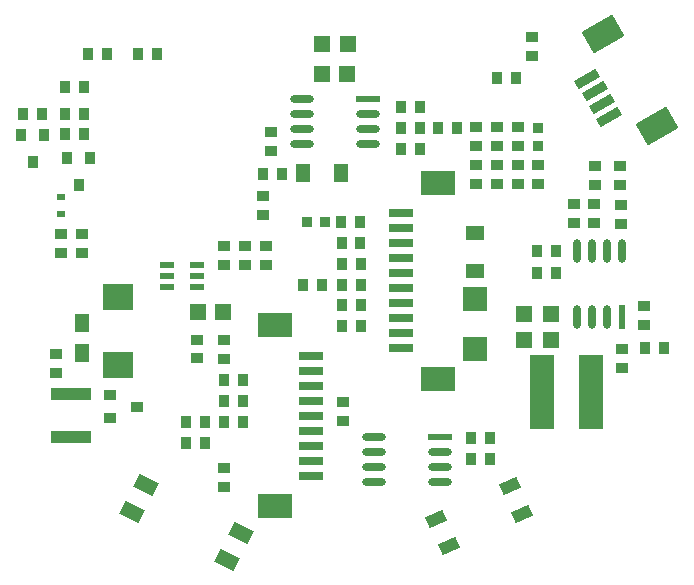
<source format=gbp>
%FSLAX44Y44*%
%MOMM*%
G71*
G01*
G75*
G04 Layer_Color=128*
%ADD10R,1.3500X0.3000*%
%ADD11R,1.3500X0.2500*%
%ADD12R,0.5000X1.7000*%
G04:AMPARAMS|DCode=13|XSize=0.32mm|YSize=1.7mm|CornerRadius=0.08mm|HoleSize=0mm|Usage=FLASHONLY|Rotation=0.000|XOffset=0mm|YOffset=0mm|HoleType=Round|Shape=RoundedRectangle|*
%AMROUNDEDRECTD13*
21,1,0.3200,1.5400,0,0,0.0*
21,1,0.1600,1.7000,0,0,0.0*
1,1,0.1600,0.0800,-0.7700*
1,1,0.1600,-0.0800,-0.7700*
1,1,0.1600,-0.0800,0.7700*
1,1,0.1600,0.0800,0.7700*
%
%ADD13ROUNDEDRECTD13*%
G04:AMPARAMS|DCode=14|XSize=1.5mm|YSize=0.8mm|CornerRadius=0mm|HoleSize=0mm|Usage=FLASHONLY|Rotation=330.000|XOffset=0mm|YOffset=0mm|HoleType=Round|Shape=Rectangle|*
%AMROTATEDRECTD14*
4,1,4,-0.8495,0.0286,-0.4495,0.7214,0.8495,-0.0286,0.4495,-0.7214,-0.8495,0.0286,0.0*
%
%ADD14ROTATEDRECTD14*%

G04:AMPARAMS|DCode=15|XSize=1.5mm|YSize=1mm|CornerRadius=0mm|HoleSize=0mm|Usage=FLASHONLY|Rotation=240.000|XOffset=0mm|YOffset=0mm|HoleType=Round|Shape=Rectangle|*
%AMROTATEDRECTD15*
4,1,4,-0.0580,0.8995,0.8080,0.3995,0.0580,-0.8995,-0.8080,-0.3995,-0.0580,0.8995,0.0*
%
%ADD15ROTATEDRECTD15*%

G04:AMPARAMS|DCode=16|XSize=3mm|YSize=2.1mm|CornerRadius=0mm|HoleSize=0mm|Usage=FLASHONLY|Rotation=203.500|XOffset=0mm|YOffset=0mm|HoleType=Round|Shape=Rectangle|*
%AMROTATEDRECTD16*
4,1,4,0.9569,1.5610,1.7943,-0.3648,-0.9569,-1.5610,-1.7943,0.3648,0.9569,1.5610,0.0*
%
%ADD16ROTATEDRECTD16*%

G04:AMPARAMS|DCode=17|XSize=2.1mm|YSize=0.8mm|CornerRadius=0mm|HoleSize=0mm|Usage=FLASHONLY|Rotation=203.500|XOffset=0mm|YOffset=0mm|HoleType=Round|Shape=Rectangle|*
%AMROTATEDRECTD17*
4,1,4,0.8034,0.7855,1.1224,0.0519,-0.8034,-0.7855,-1.1224,-0.0519,0.8034,0.7855,0.0*
%
%ADD17ROTATEDRECTD17*%

G04:AMPARAMS|DCode=18|XSize=1.2954mm|YSize=1.1938mm|CornerRadius=0mm|HoleSize=0mm|Usage=FLASHONLY|Rotation=344.000|XOffset=0mm|YOffset=0mm|HoleType=Round|Shape=Rectangle|*
%AMROTATEDRECTD18*
4,1,4,-0.7871,-0.3952,-0.4581,0.7523,0.7871,0.3952,0.4581,-0.7523,-0.7871,-0.3952,0.0*
%
%ADD18ROTATEDRECTD18*%

G04:AMPARAMS|DCode=19|XSize=1.2954mm|YSize=1.1938mm|CornerRadius=0mm|HoleSize=0mm|Usage=FLASHONLY|Rotation=325.000|XOffset=0mm|YOffset=0mm|HoleType=Round|Shape=Rectangle|*
%AMROTATEDRECTD19*
4,1,4,-0.8729,-0.1175,-0.1882,0.8605,0.8729,0.1175,0.1882,-0.8605,-0.8729,-0.1175,0.0*
%
%ADD19ROTATEDRECTD19*%

%ADD20C,0.6000*%
%ADD21C,0.2540*%
%ADD22C,1.0000*%
%ADD23C,0.4000*%
%ADD24C,0.3000*%
G04:AMPARAMS|DCode=25|XSize=4mm|YSize=4mm|CornerRadius=2mm|HoleSize=0mm|Usage=FLASHONLY|Rotation=0.000|XOffset=0mm|YOffset=0mm|HoleType=Round|Shape=RoundedRectangle|*
%AMROUNDEDRECTD25*
21,1,4.0000,0.0000,0,0,0.0*
21,1,0.0000,4.0000,0,0,0.0*
1,1,4.0000,0.0000,0.0000*
1,1,4.0000,0.0000,0.0000*
1,1,4.0000,0.0000,0.0000*
1,1,4.0000,0.0000,0.0000*
%
%ADD25ROUNDEDRECTD25*%
%ADD26C,0.0254*%
%ADD27C,0.4500*%
G04:AMPARAMS|DCode=28|XSize=3mm|YSize=2.1mm|CornerRadius=0mm|HoleSize=0mm|Usage=FLASHONLY|Rotation=210.000|XOffset=0mm|YOffset=0mm|HoleType=Round|Shape=Rectangle|*
%AMROTATEDRECTD28*
4,1,4,0.7740,1.6593,1.8240,-0.1593,-0.7740,-1.6593,-1.8240,0.1593,0.7740,1.6593,0.0*
%
%ADD28ROTATEDRECTD28*%

G04:AMPARAMS|DCode=29|XSize=2.1mm|YSize=0.8mm|CornerRadius=0mm|HoleSize=0mm|Usage=FLASHONLY|Rotation=210.000|XOffset=0mm|YOffset=0mm|HoleType=Round|Shape=Rectangle|*
%AMROTATEDRECTD29*
4,1,4,0.7093,0.8714,1.1093,0.1786,-0.7093,-0.8714,-1.1093,-0.1786,0.7093,0.8714,0.0*
%
%ADD29ROTATEDRECTD29*%

%ADD30R,0.8890X1.0160*%
%ADD31R,2.1000X0.8000*%
%ADD32R,3.0000X2.1000*%
%ADD33R,1.0160X0.8890*%
%ADD34R,1.3970X1.3970*%
%ADD35R,0.8128X0.8128*%
%ADD36R,1.3970X1.3970*%
%ADD37R,1.2700X0.5080*%
%ADD38R,0.8128X0.8128*%
%ADD39R,2.0320X0.6096*%
%ADD40O,2.0320X0.6096*%
%ADD41R,2.0000X2.0000*%
%ADD42R,0.6096X2.0320*%
%ADD43O,0.6096X2.0320*%
%ADD44R,2.5000X2.2000*%
%ADD45R,1.2954X1.6002*%
%ADD46R,1.2000X1.6000*%
%ADD47R,1.6000X1.2000*%
%ADD48R,2.1500X6.3000*%
G04:AMPARAMS|DCode=49|XSize=1.6mm|YSize=1mm|CornerRadius=0mm|HoleSize=0mm|Usage=FLASHONLY|Rotation=24.000|XOffset=0mm|YOffset=0mm|HoleType=Round|Shape=Rectangle|*
%AMROTATEDRECTD49*
4,1,4,-0.5275,-0.7822,-0.9342,0.1314,0.5275,0.7822,0.9342,-0.1314,-0.5275,-0.7822,0.0*
%
%ADD49ROTATEDRECTD49*%

G04:AMPARAMS|DCode=50|XSize=1.8mm|YSize=1.2mm|CornerRadius=0mm|HoleSize=0mm|Usage=FLASHONLY|Rotation=153.000|XOffset=0mm|YOffset=0mm|HoleType=Round|Shape=Rectangle|*
%AMROTATEDRECTD50*
4,1,4,1.0743,0.1260,0.5295,-0.9432,-1.0743,-0.1260,-0.5295,0.9432,1.0743,0.1260,0.0*
%
%ADD50ROTATEDRECTD50*%

%ADD51R,0.8128X1.0668*%
%ADD52R,0.7000X0.6000*%
%ADD53R,3.5000X1.0000*%
%ADD54R,1.0668X0.8128*%
%ADD55C,0.8000*%
%ADD56C,0.5000*%
%ADD57C,0.1200*%
%ADD58C,0.1000*%
%ADD59C,0.1501*%
%ADD60C,0.1500*%
%ADD61C,0.1250*%
%ADD62R,1.5532X0.5032*%
%ADD63R,1.5532X0.4532*%
%ADD64R,0.7032X1.9032*%
G04:AMPARAMS|DCode=65|XSize=0.5232mm|YSize=1.9032mm|CornerRadius=0.1816mm|HoleSize=0mm|Usage=FLASHONLY|Rotation=0.000|XOffset=0mm|YOffset=0mm|HoleType=Round|Shape=RoundedRectangle|*
%AMROUNDEDRECTD65*
21,1,0.5232,1.5400,0,0,0.0*
21,1,0.1600,1.9032,0,0,0.0*
1,1,0.3632,0.0800,-0.7700*
1,1,0.3632,-0.0800,-0.7700*
1,1,0.3632,-0.0800,0.7700*
1,1,0.3632,0.0800,0.7700*
%
%ADD65ROUNDEDRECTD65*%
G04:AMPARAMS|DCode=66|XSize=1.7032mm|YSize=1.0032mm|CornerRadius=0mm|HoleSize=0mm|Usage=FLASHONLY|Rotation=330.000|XOffset=0mm|YOffset=0mm|HoleType=Round|Shape=Rectangle|*
%AMROTATEDRECTD66*
4,1,4,-0.9883,-0.0086,-0.4867,0.8602,0.9883,0.0086,0.4867,-0.8602,-0.9883,-0.0086,0.0*
%
%ADD66ROTATEDRECTD66*%

G04:AMPARAMS|DCode=67|XSize=1.7032mm|YSize=1.2032mm|CornerRadius=0mm|HoleSize=0mm|Usage=FLASHONLY|Rotation=240.000|XOffset=0mm|YOffset=0mm|HoleType=Round|Shape=Rectangle|*
%AMROTATEDRECTD67*
4,1,4,-0.0952,1.0383,0.9468,0.4367,0.0952,-1.0383,-0.9468,-0.4367,-0.0952,1.0383,0.0*
%
%ADD67ROTATEDRECTD67*%

G04:AMPARAMS|DCode=68|XSize=3.2032mm|YSize=2.3032mm|CornerRadius=0mm|HoleSize=0mm|Usage=FLASHONLY|Rotation=203.500|XOffset=0mm|YOffset=0mm|HoleType=Round|Shape=Rectangle|*
%AMROTATEDRECTD68*
4,1,4,1.0096,1.6947,1.9280,-0.4174,-1.0096,-1.6947,-1.9280,0.4174,1.0096,1.6947,0.0*
%
%ADD68ROTATEDRECTD68*%

G04:AMPARAMS|DCode=69|XSize=2.3032mm|YSize=1.0032mm|CornerRadius=0mm|HoleSize=0mm|Usage=FLASHONLY|Rotation=203.500|XOffset=0mm|YOffset=0mm|HoleType=Round|Shape=Rectangle|*
%AMROTATEDRECTD69*
4,1,4,0.8561,0.9192,1.2561,-0.0008,-0.8561,-0.9192,-1.2561,0.0008,0.8561,0.9192,0.0*
%
%ADD69ROTATEDRECTD69*%

G04:AMPARAMS|DCode=70|XSize=1.4986mm|YSize=1.397mm|CornerRadius=0mm|HoleSize=0mm|Usage=FLASHONLY|Rotation=344.000|XOffset=0mm|YOffset=0mm|HoleType=Round|Shape=Rectangle|*
%AMROTATEDRECTD70*
4,1,4,-0.9128,-0.4649,-0.5277,0.8780,0.9128,0.4649,0.5277,-0.8780,-0.9128,-0.4649,0.0*
%
%ADD70ROTATEDRECTD70*%

G04:AMPARAMS|DCode=71|XSize=1.4986mm|YSize=1.397mm|CornerRadius=0mm|HoleSize=0mm|Usage=FLASHONLY|Rotation=325.000|XOffset=0mm|YOffset=0mm|HoleType=Round|Shape=Rectangle|*
%AMROTATEDRECTD71*
4,1,4,-1.0144,-0.1424,-0.2132,1.0020,1.0144,0.1424,0.2132,-1.0020,-1.0144,-0.1424,0.0*
%
%ADD71ROTATEDRECTD71*%

G04:AMPARAMS|DCode=72|XSize=4.2032mm|YSize=4.2032mm|CornerRadius=2.1016mm|HoleSize=0mm|Usage=FLASHONLY|Rotation=0.000|XOffset=0mm|YOffset=0mm|HoleType=Round|Shape=RoundedRectangle|*
%AMROUNDEDRECTD72*
21,1,4.2032,0.0000,0,0,0.0*
21,1,0.0000,4.2032,0,0,0.0*
1,1,4.2032,0.0000,0.0000*
1,1,4.2032,0.0000,0.0000*
1,1,4.2032,0.0000,0.0000*
1,1,4.2032,0.0000,0.0000*
%
%ADD72ROUNDEDRECTD72*%
%ADD73C,0.2286*%
G04:AMPARAMS|DCode=74|XSize=3.2032mm|YSize=2.3032mm|CornerRadius=0mm|HoleSize=0mm|Usage=FLASHONLY|Rotation=210.000|XOffset=0mm|YOffset=0mm|HoleType=Round|Shape=Rectangle|*
%AMROTATEDRECTD74*
4,1,4,0.8112,1.7981,1.9628,-0.1965,-0.8112,-1.7981,-1.9628,0.1965,0.8112,1.7981,0.0*
%
%ADD74ROTATEDRECTD74*%

G04:AMPARAMS|DCode=75|XSize=2.3032mm|YSize=1.0032mm|CornerRadius=0mm|HoleSize=0mm|Usage=FLASHONLY|Rotation=210.000|XOffset=0mm|YOffset=0mm|HoleType=Round|Shape=Rectangle|*
%AMROTATEDRECTD75*
4,1,4,0.7465,1.0102,1.2481,0.1414,-0.7465,-1.0102,-1.2481,-0.1414,0.7465,1.0102,0.0*
%
%ADD75ROTATEDRECTD75*%

%ADD76R,1.0922X1.2192*%
%ADD77R,2.3032X1.0032*%
%ADD78R,3.2032X2.3032*%
%ADD79R,1.2192X1.0922*%
%ADD80R,1.6002X1.6002*%
%ADD81R,1.0160X1.0160*%
%ADD82R,1.6002X1.6002*%
%ADD83R,1.4732X0.7112*%
%ADD84R,1.0160X1.0160*%
%ADD85R,2.2352X0.8128*%
%ADD86O,2.2352X0.8128*%
%ADD87R,2.2032X2.2032*%
%ADD88R,0.8128X2.2352*%
%ADD89O,0.8128X2.2352*%
%ADD90R,2.7032X2.4032*%
%ADD91R,1.4986X1.8034*%
%ADD92R,1.4032X1.8032*%
%ADD93R,1.8032X1.4032*%
%ADD94R,2.3532X6.5032*%
G04:AMPARAMS|DCode=95|XSize=1.8032mm|YSize=1.2032mm|CornerRadius=0mm|HoleSize=0mm|Usage=FLASHONLY|Rotation=24.000|XOffset=0mm|YOffset=0mm|HoleType=Round|Shape=Rectangle|*
%AMROTATEDRECTD95*
4,1,4,-0.5790,-0.9163,-1.0683,0.1829,0.5790,0.9163,1.0683,-0.1829,-0.5790,-0.9163,0.0*
%
%ADD95ROTATEDRECTD95*%

G04:AMPARAMS|DCode=96|XSize=2.0032mm|YSize=1.4032mm|CornerRadius=0mm|HoleSize=0mm|Usage=FLASHONLY|Rotation=153.000|XOffset=0mm|YOffset=0mm|HoleType=Round|Shape=Rectangle|*
%AMROTATEDRECTD96*
4,1,4,1.2109,0.1704,0.5739,-1.0798,-1.2109,-0.1704,-0.5739,1.0798,1.2109,0.1704,0.0*
%
%ADD96ROTATEDRECTD96*%

%ADD97R,1.0160X1.2700*%
%ADD98R,0.9032X0.8032*%
%ADD99R,3.7032X1.2032*%
%ADD100R,1.2700X1.0160*%
D28*
X223333Y171181D02*
D03*
X268333Y93239D02*
D03*
D29*
X228362Y100472D02*
D03*
X222112Y111297D02*
D03*
X215862Y122123D02*
D03*
X209612Y132948D02*
D03*
D30*
X-129921Y-175260D02*
D03*
X-113919D02*
D03*
Y-157480D02*
D03*
X-129921D02*
D03*
X-98171Y-121920D02*
D03*
X-82169D02*
D03*
X-98171Y-157480D02*
D03*
X-82169D02*
D03*
X-98171Y-139700D02*
D03*
X-82169D02*
D03*
X18161Y-76200D02*
D03*
X2159D02*
D03*
X-30713Y-41910D02*
D03*
X-14711D02*
D03*
X18161D02*
D03*
X2159D02*
D03*
X18161Y-24130D02*
D03*
X2159D02*
D03*
X18161Y-59050D02*
D03*
X2159D02*
D03*
X111379Y-189230D02*
D03*
X127381D02*
D03*
X1619Y-6450D02*
D03*
X17621D02*
D03*
X83439Y91440D02*
D03*
X99441D02*
D03*
X68001D02*
D03*
X51999D02*
D03*
X68001Y73660D02*
D03*
X51999D02*
D03*
X68115Y109220D02*
D03*
X52113D02*
D03*
X-49149Y52070D02*
D03*
X-65151D02*
D03*
X-232791Y126230D02*
D03*
X-216789D02*
D03*
X17421Y11430D02*
D03*
X1419D02*
D03*
X274701Y-95250D02*
D03*
X258699D02*
D03*
X-196850Y153670D02*
D03*
X-212852D02*
D03*
X-216789Y85738D02*
D03*
X-232791D02*
D03*
X167259Y-31750D02*
D03*
X183261D02*
D03*
X-216789Y102870D02*
D03*
X-232791D02*
D03*
X-251871D02*
D03*
X-267873D02*
D03*
X111379Y-171450D02*
D03*
X127381D02*
D03*
X148971Y133500D02*
D03*
X132969D02*
D03*
X167259Y-12700D02*
D03*
X183261D02*
D03*
X-170744Y153670D02*
D03*
X-154741D02*
D03*
D31*
X52000Y18950D02*
D03*
Y6250D02*
D03*
Y-69750D02*
D03*
Y-31850D02*
D03*
Y-44550D02*
D03*
Y-57050D02*
D03*
Y-19150D02*
D03*
Y-6450D02*
D03*
Y-82450D02*
D03*
Y-95150D02*
D03*
X-23870Y-203100D02*
D03*
Y-101700D02*
D03*
Y-114400D02*
D03*
Y-190400D02*
D03*
Y-177700D02*
D03*
Y-139800D02*
D03*
Y-152300D02*
D03*
Y-165000D02*
D03*
Y-127100D02*
D03*
D32*
X83000Y45000D02*
D03*
Y-121200D02*
D03*
X-54870Y-229150D02*
D03*
Y-75650D02*
D03*
D33*
X215900Y58801D02*
D03*
Y42799D02*
D03*
X115570Y44069D02*
D03*
Y60071D02*
D03*
X168341Y44069D02*
D03*
Y60071D02*
D03*
X151130Y75819D02*
D03*
Y91821D02*
D03*
X133350Y60071D02*
D03*
Y44069D02*
D03*
X-120350Y-103931D02*
D03*
Y-87929D02*
D03*
X-97790Y-8509D02*
D03*
Y-24511D02*
D03*
X-64770Y17789D02*
D03*
Y33791D02*
D03*
X238760Y-112141D02*
D03*
Y-96139D02*
D03*
X238552Y26251D02*
D03*
Y10249D02*
D03*
X-240030Y-99949D02*
D03*
Y-115951D02*
D03*
X133350Y75819D02*
D03*
Y91821D02*
D03*
X115570D02*
D03*
Y75819D02*
D03*
X151130Y44069D02*
D03*
Y60071D02*
D03*
X-62230Y-24511D02*
D03*
Y-8509D02*
D03*
X-80010Y-24511D02*
D03*
Y-8509D02*
D03*
X-218440Y-14351D02*
D03*
Y1651D02*
D03*
X237490Y58801D02*
D03*
Y42799D02*
D03*
X-98171Y-196469D02*
D03*
Y-212471D02*
D03*
X-236220Y-14351D02*
D03*
Y1651D02*
D03*
X258134Y-75305D02*
D03*
Y-59303D02*
D03*
X162560Y152019D02*
D03*
Y168021D02*
D03*
X215753Y27051D02*
D03*
Y11049D02*
D03*
X198120Y27051D02*
D03*
Y11049D02*
D03*
X2540Y-140589D02*
D03*
Y-156591D02*
D03*
X-98171Y-104521D02*
D03*
Y-88519D02*
D03*
X-58420Y72009D02*
D03*
Y88011D02*
D03*
D34*
X156210Y-66675D02*
D03*
Y-88265D02*
D03*
X179070Y-66675D02*
D03*
Y-88265D02*
D03*
D35*
X168341Y91440D02*
D03*
Y76200D02*
D03*
D36*
X-120015Y-64770D02*
D03*
X-98425D02*
D03*
X-15265Y137160D02*
D03*
X6326D02*
D03*
X-14605Y162560D02*
D03*
X6985D02*
D03*
D37*
X-120350Y-43790D02*
D03*
Y-34290D02*
D03*
Y-24790D02*
D03*
X-146350D02*
D03*
Y-34290D02*
D03*
Y-43790D02*
D03*
D38*
X-27940Y11430D02*
D03*
X-12700D02*
D03*
D39*
X23990Y115911D02*
D03*
X84950Y-170609D02*
D03*
D40*
X23990Y103210D02*
D03*
Y90511D02*
D03*
Y77811D02*
D03*
X-31890D02*
D03*
Y90511D02*
D03*
Y103210D02*
D03*
Y115911D02*
D03*
X84950Y-183309D02*
D03*
Y-196010D02*
D03*
Y-208710D02*
D03*
X29070D02*
D03*
Y-196010D02*
D03*
Y-183309D02*
D03*
Y-170609D02*
D03*
D41*
X114300Y-53930D02*
D03*
Y-95930D02*
D03*
D42*
X239100Y-68440D02*
D03*
D43*
X226401D02*
D03*
X213701D02*
D03*
X201000D02*
D03*
Y-12560D02*
D03*
X213701D02*
D03*
X226401D02*
D03*
X239100D02*
D03*
D44*
X-187960Y-109070D02*
D03*
Y-52070D02*
D03*
D45*
X-218440Y-99060D02*
D03*
Y-73660D02*
D03*
D46*
X760Y53340D02*
D03*
X-31240D02*
D03*
D47*
X114600Y-29970D02*
D03*
Y2030D02*
D03*
D48*
X212520Y-132080D02*
D03*
X171020D02*
D03*
D49*
X154336Y-235263D02*
D03*
X144005Y-212059D02*
D03*
X81884Y-239717D02*
D03*
X92215Y-262921D02*
D03*
D50*
X-83907Y-251882D02*
D03*
X-95438Y-274514D02*
D03*
X-175629Y-233655D02*
D03*
X-164098Y-211023D02*
D03*
D51*
X-221031Y43218D02*
D03*
X-211493Y66154D02*
D03*
X-230569D02*
D03*
X-259923Y62268D02*
D03*
X-250385Y85204D02*
D03*
X-269461D02*
D03*
D52*
X-236220Y32500D02*
D03*
Y18300D02*
D03*
D53*
X-227510Y-170180D02*
D03*
Y-134180D02*
D03*
D54*
X-171488Y-144831D02*
D03*
X-194424Y-135293D02*
D03*
Y-154368D02*
D03*
M02*

</source>
